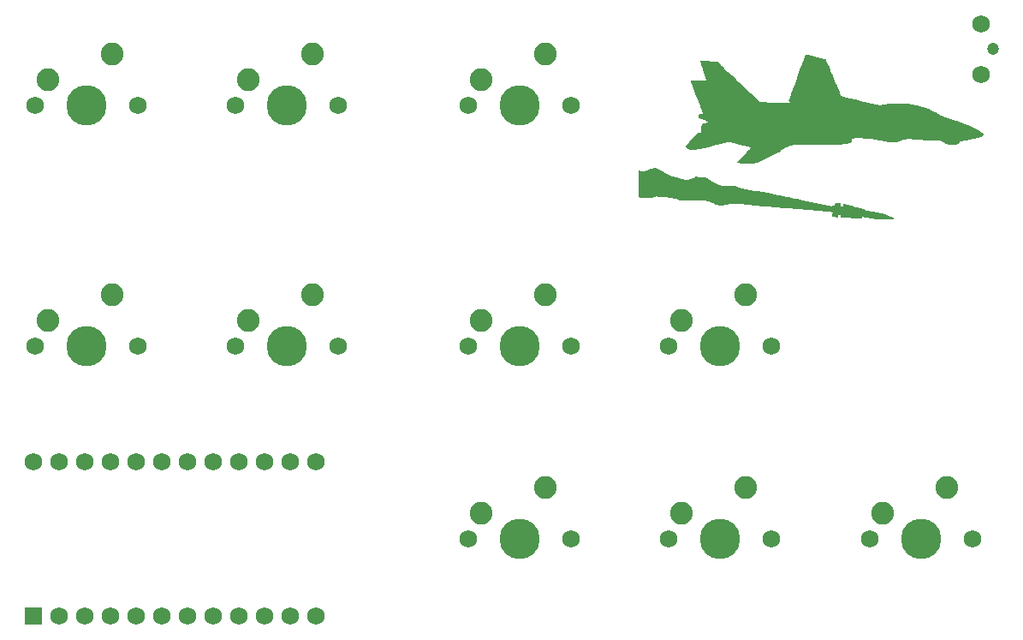
<source format=gbr>
%TF.GenerationSoftware,KiCad,Pcbnew,(6.0.4)*%
%TF.CreationDate,2022-06-12T12:36:40-04:00*%
%TF.ProjectId,F14-DDP,4631342d-4444-4502-9e6b-696361645f70,rev?*%
%TF.SameCoordinates,Original*%
%TF.FileFunction,Soldermask,Bot*%
%TF.FilePolarity,Negative*%
%FSLAX46Y46*%
G04 Gerber Fmt 4.6, Leading zero omitted, Abs format (unit mm)*
G04 Created by KiCad (PCBNEW (6.0.4)) date 2022-06-12 12:36:40*
%MOMM*%
%LPD*%
G01*
G04 APERTURE LIST*
%ADD10C,3.987800*%
%ADD11C,1.750000*%
%ADD12C,2.250000*%
%ADD13R,1.752600X1.752600*%
%ADD14C,1.752600*%
%ADD15C,1.200000*%
G04 APERTURE END LIST*
%TO.C,G\u002A\u002A\u002A*%
G36*
X197579610Y-55443280D02*
G01*
X197630100Y-55448167D01*
X197681154Y-55459677D01*
X197742640Y-55479615D01*
X197824425Y-55509787D01*
X197824880Y-55509958D01*
X197880909Y-55533627D01*
X197935894Y-55560408D01*
X197938715Y-55561902D01*
X197994346Y-55588202D01*
X198051604Y-55611156D01*
X198067168Y-55617423D01*
X198117279Y-55641869D01*
X198180193Y-55676294D01*
X198245929Y-55715347D01*
X198281270Y-55737117D01*
X198333132Y-55768444D01*
X198370130Y-55789979D01*
X198385939Y-55797987D01*
X198397664Y-55803902D01*
X198433269Y-55824160D01*
X198488110Y-55856238D01*
X198557588Y-55897441D01*
X198637103Y-55945077D01*
X198742709Y-56006366D01*
X198880163Y-56080162D01*
X199015972Y-56146998D01*
X199143885Y-56203971D01*
X199257652Y-56248177D01*
X199351023Y-56276712D01*
X199383869Y-56284781D01*
X199472788Y-56307282D01*
X199560614Y-56330327D01*
X199641262Y-56352241D01*
X199708645Y-56371351D01*
X199756676Y-56385984D01*
X199779269Y-56394466D01*
X199783908Y-56396770D01*
X199816282Y-56406789D01*
X199862002Y-56416528D01*
X199889686Y-56422017D01*
X199952984Y-56437013D01*
X200016880Y-56454495D01*
X200030361Y-56458390D01*
X200095195Y-56475623D01*
X200173894Y-56494942D01*
X200252366Y-56512853D01*
X200271321Y-56517018D01*
X200353373Y-56535694D01*
X200433600Y-56554813D01*
X200497018Y-56570822D01*
X200568090Y-56584996D01*
X200691903Y-56588498D01*
X200705655Y-56587226D01*
X200812430Y-56573381D01*
X200918743Y-56553427D01*
X201016601Y-56529300D01*
X201098008Y-56502939D01*
X201154970Y-56476279D01*
X201156576Y-56475319D01*
X201189130Y-56460047D01*
X201244515Y-56437715D01*
X201315397Y-56411175D01*
X201394441Y-56383273D01*
X201594572Y-56314727D01*
X201906014Y-56323279D01*
X201933458Y-56324052D01*
X202053014Y-56328157D01*
X202149741Y-56333276D01*
X202231682Y-56340221D01*
X202306875Y-56349803D01*
X202383362Y-56362834D01*
X202469182Y-56380125D01*
X202535864Y-56396550D01*
X202656165Y-56434623D01*
X202777320Y-56481681D01*
X202883312Y-56531856D01*
X202978530Y-56584615D01*
X203116502Y-56667360D01*
X203243048Y-56750580D01*
X203348707Y-56828250D01*
X203381464Y-56853437D01*
X203443976Y-56896367D01*
X203511849Y-56935013D01*
X203593632Y-56974024D01*
X203697875Y-57018047D01*
X203698031Y-57018110D01*
X203799036Y-57059145D01*
X203883183Y-57092510D01*
X203955406Y-57118997D01*
X204020639Y-57139398D01*
X204083816Y-57154508D01*
X204149869Y-57165118D01*
X204223734Y-57172021D01*
X204310344Y-57176010D01*
X204414633Y-57177878D01*
X204541534Y-57178418D01*
X204695980Y-57178421D01*
X204827043Y-57178467D01*
X204950366Y-57178796D01*
X205049875Y-57179691D01*
X205130192Y-57181431D01*
X205195940Y-57184299D01*
X205251741Y-57188576D01*
X205302218Y-57194542D01*
X205351993Y-57202481D01*
X205405689Y-57212672D01*
X205467927Y-57225396D01*
X205508367Y-57233937D01*
X205634807Y-57263763D01*
X205748723Y-57296854D01*
X205863707Y-57337464D01*
X205993351Y-57389847D01*
X206081322Y-57423413D01*
X206208105Y-57461428D01*
X206358760Y-57496197D01*
X206364548Y-57497387D01*
X206433587Y-57511706D01*
X206522402Y-57530285D01*
X206620165Y-57550852D01*
X206716049Y-57571137D01*
X206737047Y-57575589D01*
X206825508Y-57594236D01*
X206907103Y-57611280D01*
X206973532Y-57624993D01*
X207016497Y-57633649D01*
X207036206Y-57637526D01*
X207104463Y-57651244D01*
X207170780Y-57664896D01*
X207205113Y-57670169D01*
X207269794Y-57677032D01*
X207353933Y-57684035D01*
X207450491Y-57690604D01*
X207552430Y-57696160D01*
X207643387Y-57701134D01*
X207733596Y-57707445D01*
X207809348Y-57714192D01*
X207864643Y-57720834D01*
X207893479Y-57726834D01*
X207909863Y-57732133D01*
X207957699Y-57743974D01*
X208022968Y-57757724D01*
X208096484Y-57771365D01*
X208133564Y-57777913D01*
X208215992Y-57793214D01*
X208291775Y-57808171D01*
X208348210Y-57820315D01*
X208410922Y-57834675D01*
X208516102Y-57857289D01*
X208625949Y-57878762D01*
X208754220Y-57901859D01*
X208778008Y-57906060D01*
X208865282Y-57922027D01*
X208951905Y-57938577D01*
X209022187Y-57952730D01*
X209083380Y-57965352D01*
X209155494Y-57979731D01*
X209212872Y-57990659D01*
X209233449Y-57994956D01*
X209290569Y-58011489D01*
X209334675Y-58030264D01*
X209340889Y-58032388D01*
X209376442Y-58041319D01*
X209441400Y-58056166D01*
X209534134Y-58076589D01*
X209653013Y-58102249D01*
X209796410Y-58132806D01*
X209962695Y-58167919D01*
X210150239Y-58207247D01*
X210357412Y-58250451D01*
X210582586Y-58297191D01*
X210824131Y-58347127D01*
X211080418Y-58399917D01*
X211349818Y-58455222D01*
X211630702Y-58512703D01*
X211921441Y-58572018D01*
X212220406Y-58632827D01*
X215061335Y-59209807D01*
X215094958Y-59168045D01*
X215129399Y-59139119D01*
X215191652Y-59122500D01*
X215269580Y-59131935D01*
X215279897Y-59134652D01*
X215299067Y-59137258D01*
X215312386Y-59129832D01*
X215322925Y-59106922D01*
X215333756Y-59063078D01*
X215347951Y-58992847D01*
X215349387Y-58985674D01*
X215362143Y-58932562D01*
X215378705Y-58894835D01*
X215403753Y-58870963D01*
X215441966Y-58859412D01*
X215498024Y-58858652D01*
X215576608Y-58867150D01*
X215682396Y-58883375D01*
X215711703Y-58888255D01*
X215795109Y-58903755D01*
X215863941Y-58918942D01*
X215912335Y-58932434D01*
X215934423Y-58942845D01*
X215935354Y-58944051D01*
X215944621Y-58976890D01*
X215942405Y-59025544D01*
X215933120Y-59083876D01*
X215922972Y-59155399D01*
X215918747Y-59204003D01*
X215920425Y-59235247D01*
X215927980Y-59254693D01*
X215941391Y-59267899D01*
X215960040Y-59278081D01*
X216010486Y-59288597D01*
X216062692Y-59284058D01*
X216101233Y-59264766D01*
X216113375Y-59249126D01*
X216136789Y-59197112D01*
X216153392Y-59130158D01*
X216159756Y-59060237D01*
X216159890Y-59054132D01*
X216167682Y-59010153D01*
X216183768Y-58981471D01*
X216194249Y-58974595D01*
X216243928Y-58962995D01*
X216310904Y-58967987D01*
X216387213Y-58989266D01*
X216395106Y-58992088D01*
X216444448Y-59007495D01*
X216515152Y-59027455D01*
X216598972Y-59049696D01*
X216687660Y-59071950D01*
X216696159Y-59074021D01*
X216841855Y-59110694D01*
X216964583Y-59144364D01*
X217072891Y-59177648D01*
X217175326Y-59213166D01*
X217280435Y-59253534D01*
X217292794Y-59258318D01*
X217377789Y-59286251D01*
X217491599Y-59317227D01*
X217631333Y-59350506D01*
X217794099Y-59385345D01*
X217888844Y-59404963D01*
X218003119Y-59429986D01*
X218091468Y-59451757D01*
X218157513Y-59471584D01*
X218204877Y-59490776D01*
X218237179Y-59510640D01*
X218258043Y-59532484D01*
X218271091Y-59557617D01*
X218273246Y-59562785D01*
X218298876Y-59591457D01*
X218347508Y-59606840D01*
X218353279Y-59607846D01*
X218392742Y-59615188D01*
X218458197Y-59627713D01*
X218545058Y-59644529D01*
X218648741Y-59664747D01*
X218764662Y-59687477D01*
X218888236Y-59711829D01*
X218915811Y-59717257D01*
X219041393Y-59741497D01*
X219160693Y-59763787D01*
X219268602Y-59783221D01*
X219360011Y-59798897D01*
X219429811Y-59809908D01*
X219472890Y-59815350D01*
X219538352Y-59823357D01*
X219622141Y-59837767D01*
X219700256Y-59854859D01*
X219738103Y-59864129D01*
X219820072Y-59883307D01*
X219912166Y-59904039D01*
X220000704Y-59923212D01*
X220075470Y-59941280D01*
X220199310Y-59978523D01*
X220346860Y-60030243D01*
X220520397Y-60097204D01*
X220553044Y-60110217D01*
X220660268Y-60152544D01*
X220763406Y-60192685D01*
X220855953Y-60228139D01*
X220931402Y-60256409D01*
X220983248Y-60274994D01*
X221085699Y-60313518D01*
X221159343Y-60349904D01*
X221200736Y-60383062D01*
X221209903Y-60413080D01*
X221186871Y-60440047D01*
X221131664Y-60464051D01*
X221044309Y-60485182D01*
X220978872Y-60495309D01*
X220887541Y-60504649D01*
X220804604Y-60508622D01*
X220734933Y-60510912D01*
X220667501Y-60516089D01*
X220617839Y-60523014D01*
X220599014Y-60525301D01*
X220547393Y-60528449D01*
X220470636Y-60531349D01*
X220373071Y-60533893D01*
X220259025Y-60535973D01*
X220132823Y-60537484D01*
X219998794Y-60538318D01*
X219444711Y-60540186D01*
X219300074Y-60492522D01*
X219290352Y-60489346D01*
X219169840Y-60453939D01*
X219043979Y-60423293D01*
X218921667Y-60399181D01*
X218811801Y-60383375D01*
X218723280Y-60377646D01*
X218693508Y-60376205D01*
X218626179Y-60368902D01*
X218540215Y-60356486D01*
X218443565Y-60340142D01*
X218344182Y-60321057D01*
X218269320Y-60305833D01*
X218187208Y-60289348D01*
X218120660Y-60276229D01*
X218075090Y-60267542D01*
X218055915Y-60264352D01*
X218054253Y-60264852D01*
X218046773Y-60283677D01*
X218043734Y-60321343D01*
X218041451Y-60349560D01*
X218030745Y-60374410D01*
X218007587Y-60391571D01*
X217967995Y-60402019D01*
X217907989Y-60406728D01*
X217823586Y-60406672D01*
X217710806Y-60402826D01*
X217638993Y-60400152D01*
X217539406Y-60396985D01*
X217418171Y-60393496D01*
X217280737Y-60389833D01*
X217132550Y-60386139D01*
X216979057Y-60382561D01*
X216825704Y-60379243D01*
X216805600Y-60378818D01*
X216659248Y-60375269D01*
X216522162Y-60371166D01*
X216398211Y-60366675D01*
X216291263Y-60361967D01*
X216205188Y-60357208D01*
X216143852Y-60352566D01*
X216111126Y-60348210D01*
X216097065Y-60345046D01*
X216031445Y-60334415D01*
X215971011Y-60329768D01*
X215936242Y-60327701D01*
X215899086Y-60315720D01*
X215877887Y-60288224D01*
X215869290Y-60239738D01*
X215869942Y-60164786D01*
X215871349Y-60115103D01*
X215866682Y-60065826D01*
X215849636Y-60038056D01*
X215815275Y-60025443D01*
X215758660Y-60021634D01*
X215758218Y-60021625D01*
X215723277Y-60024598D01*
X215703929Y-60041502D01*
X215689729Y-60081395D01*
X215688486Y-60086003D01*
X215677349Y-60141533D01*
X215672725Y-60191464D01*
X215665998Y-60233466D01*
X215646059Y-60278573D01*
X215629947Y-60298135D01*
X215609336Y-60308822D01*
X215575985Y-60310623D01*
X215520196Y-60305624D01*
X215508065Y-60304247D01*
X215420102Y-60291880D01*
X215329958Y-60275695D01*
X215244510Y-60257287D01*
X215170639Y-60238253D01*
X215115222Y-60220188D01*
X215085140Y-60204688D01*
X215066516Y-60175610D01*
X215056170Y-60115027D01*
X215061749Y-60031957D01*
X215083274Y-59929710D01*
X215095745Y-59880248D01*
X215102118Y-59841789D01*
X215099223Y-59818573D01*
X215087334Y-59801988D01*
X215078762Y-59798830D01*
X215056694Y-59794623D01*
X215020198Y-59789410D01*
X214968219Y-59783095D01*
X214899699Y-59775584D01*
X214813584Y-59766783D01*
X214708818Y-59756598D01*
X214584344Y-59744935D01*
X214439108Y-59731700D01*
X214272054Y-59716799D01*
X214082125Y-59700137D01*
X213868266Y-59681620D01*
X213629422Y-59661154D01*
X213364536Y-59638646D01*
X213072553Y-59614000D01*
X212752416Y-59587124D01*
X212403071Y-59557922D01*
X212023462Y-59526300D01*
X211612532Y-59492165D01*
X211345074Y-59470014D01*
X211013031Y-59442621D01*
X210688294Y-59415951D01*
X210372535Y-59390134D01*
X210067423Y-59365305D01*
X209774630Y-59341595D01*
X209495826Y-59319139D01*
X209232682Y-59298067D01*
X208986869Y-59278514D01*
X208760057Y-59260612D01*
X208553918Y-59244493D01*
X208370121Y-59230292D01*
X208210338Y-59218139D01*
X208076240Y-59208169D01*
X207969496Y-59200514D01*
X207891778Y-59195307D01*
X207844757Y-59192681D01*
X207786611Y-59190120D01*
X207668353Y-59183461D01*
X207568731Y-59175020D01*
X207478024Y-59163670D01*
X207386508Y-59148284D01*
X207284463Y-59127735D01*
X207261225Y-59122885D01*
X207030970Y-59083835D01*
X206805371Y-59061032D01*
X206791457Y-59060135D01*
X206692584Y-59052963D01*
X206593872Y-59044607D01*
X206506078Y-59036035D01*
X206439962Y-59028211D01*
X206426152Y-59026634D01*
X206370051Y-59022560D01*
X206287375Y-59018518D01*
X206182367Y-59014637D01*
X206059271Y-59011047D01*
X205922331Y-59007877D01*
X205775789Y-59005257D01*
X205623889Y-59003316D01*
X204937739Y-58996335D01*
X204738787Y-59039199D01*
X204660087Y-59056083D01*
X204577437Y-59073674D01*
X204507036Y-59088516D01*
X204458632Y-59098543D01*
X204414546Y-59105869D01*
X204320508Y-59115420D01*
X204211219Y-59121125D01*
X204096169Y-59122905D01*
X203984850Y-59120682D01*
X203886752Y-59114377D01*
X203811366Y-59103911D01*
X203791270Y-59099565D01*
X203676386Y-59068471D01*
X203559488Y-59027750D01*
X203452014Y-58981741D01*
X203365404Y-58934782D01*
X203354463Y-58928133D01*
X203296853Y-58897836D01*
X203224792Y-58864855D01*
X203151279Y-58835233D01*
X203128212Y-58826662D01*
X203058881Y-58800743D01*
X202997925Y-58777740D01*
X202956394Y-58761816D01*
X202938240Y-58755277D01*
X202879664Y-58737790D01*
X202818351Y-58723124D01*
X202768677Y-58712946D01*
X202695611Y-58697795D01*
X202623466Y-58682682D01*
X202583428Y-58674340D01*
X202513572Y-58660607D01*
X202448658Y-58649538D01*
X202384531Y-58640922D01*
X202317032Y-58634553D01*
X202242004Y-58630222D01*
X202155291Y-58627720D01*
X202052735Y-58626840D01*
X201930180Y-58627373D01*
X201783467Y-58629112D01*
X201608440Y-58631847D01*
X201470656Y-58634048D01*
X201296645Y-58636622D01*
X201119347Y-58639048D01*
X200945914Y-58641235D01*
X200783499Y-58643095D01*
X200639255Y-58644538D01*
X200520333Y-58645474D01*
X200478640Y-58645726D01*
X200356695Y-58646236D01*
X200261448Y-58645999D01*
X200188435Y-58644742D01*
X200133193Y-58642189D01*
X200091256Y-58638068D01*
X200058161Y-58632103D01*
X200029444Y-58624021D01*
X200000640Y-58613546D01*
X199975884Y-58603959D01*
X199882649Y-58568237D01*
X199811847Y-58542138D01*
X199757184Y-58523640D01*
X199712368Y-58510722D01*
X199671108Y-58501362D01*
X199627110Y-58493538D01*
X199576354Y-58484993D01*
X199505469Y-58472342D01*
X199448466Y-58461396D01*
X199421716Y-58456042D01*
X199353374Y-58442941D01*
X199286062Y-58430627D01*
X199258155Y-58425385D01*
X199194949Y-58412737D01*
X199112608Y-58395700D01*
X199018666Y-58375837D01*
X198920653Y-58354715D01*
X198901820Y-58350624D01*
X198818327Y-58332913D01*
X198747245Y-58319133D01*
X198682162Y-58308611D01*
X198616665Y-58300672D01*
X198544344Y-58294641D01*
X198458786Y-58289844D01*
X198353580Y-58285606D01*
X198222315Y-58281253D01*
X198127241Y-58278063D01*
X198013180Y-58273760D01*
X197909886Y-58269353D01*
X197822785Y-58265092D01*
X197757302Y-58261227D01*
X197718862Y-58258008D01*
X197696691Y-58256007D01*
X197630814Y-58257885D01*
X197554209Y-58271743D01*
X197461005Y-58298880D01*
X197345333Y-58340592D01*
X197289232Y-58360966D01*
X197218251Y-58382351D01*
X197145300Y-58398122D01*
X197064289Y-58409048D01*
X196969123Y-58415895D01*
X196853710Y-58419432D01*
X196711957Y-58420428D01*
X196658279Y-58420376D01*
X196546042Y-58419637D01*
X196455462Y-58417459D01*
X196378850Y-58413135D01*
X196308515Y-58405954D01*
X196236768Y-58395210D01*
X196155920Y-58380192D01*
X196058280Y-58360193D01*
X195891816Y-58325358D01*
X195891816Y-55716785D01*
X196001439Y-55717025D01*
X196053093Y-55719173D01*
X196139315Y-55728486D01*
X196216624Y-55742624D01*
X196260408Y-55751351D01*
X196387795Y-55759650D01*
X196514917Y-55745538D01*
X196629283Y-55710004D01*
X196658578Y-55697531D01*
X196732150Y-55668682D01*
X196801602Y-55644100D01*
X196839643Y-55631030D01*
X196883305Y-55614120D01*
X196906842Y-55602430D01*
X196907673Y-55601853D01*
X196931264Y-55590911D01*
X196978456Y-55572055D01*
X197042831Y-55547774D01*
X197117967Y-55520558D01*
X197191879Y-55495011D01*
X197266714Y-55472191D01*
X197330845Y-55457779D01*
X197395021Y-55449467D01*
X197469992Y-55444947D01*
X197519816Y-55443211D01*
X197579610Y-55443280D01*
G37*
G36*
X212523287Y-44234856D02*
G01*
X212586012Y-44240340D01*
X212674015Y-44254212D01*
X212782059Y-44275270D01*
X212904906Y-44302310D01*
X213037318Y-44334130D01*
X213174060Y-44369528D01*
X213309892Y-44407299D01*
X213439578Y-44446242D01*
X213468640Y-44454870D01*
X213538652Y-44473976D01*
X213627050Y-44496725D01*
X213725427Y-44520974D01*
X213825376Y-44544580D01*
X213894817Y-44560907D01*
X213980323Y-44581948D01*
X214052061Y-44600670D01*
X214104051Y-44615500D01*
X214130313Y-44624862D01*
X214137873Y-44628271D01*
X214177241Y-44641285D01*
X214235444Y-44657076D01*
X214302850Y-44672960D01*
X214329730Y-44679036D01*
X214390228Y-44694314D01*
X214435277Y-44707964D01*
X214456677Y-44717604D01*
X214460379Y-44724968D01*
X214475705Y-44759955D01*
X214502010Y-44821953D01*
X214538521Y-44909092D01*
X214584468Y-45019505D01*
X214639079Y-45151323D01*
X214701582Y-45302678D01*
X214771208Y-45471701D01*
X214847184Y-45656525D01*
X214928740Y-45855281D01*
X215015104Y-46066101D01*
X215105506Y-46287116D01*
X215199173Y-46516458D01*
X215304791Y-46774926D01*
X215423797Y-47065238D01*
X215530924Y-47325462D01*
X215626164Y-47555584D01*
X215709513Y-47755591D01*
X215780964Y-47925469D01*
X215840513Y-48065204D01*
X215888153Y-48174783D01*
X215923879Y-48254193D01*
X215947684Y-48303420D01*
X215959564Y-48322450D01*
X215970482Y-48326313D01*
X216011479Y-48337832D01*
X216080690Y-48356041D01*
X216176143Y-48380453D01*
X216295865Y-48410581D01*
X216437882Y-48445938D01*
X216600223Y-48486038D01*
X216780914Y-48530394D01*
X216977983Y-48578519D01*
X217189456Y-48629926D01*
X217413361Y-48684129D01*
X217647725Y-48740639D01*
X217890575Y-48798971D01*
X219789578Y-49254240D01*
X219878901Y-49229374D01*
X219894597Y-49225038D01*
X220069986Y-49181029D01*
X220239112Y-49146333D01*
X220390474Y-49123336D01*
X220405954Y-49121437D01*
X220490172Y-49109191D01*
X220574295Y-49094359D01*
X220642200Y-49079734D01*
X220673461Y-49074137D01*
X220741988Y-49067007D01*
X220835491Y-49060725D01*
X220949597Y-49055329D01*
X221079937Y-49050856D01*
X221222138Y-49047346D01*
X221371829Y-49044835D01*
X221524640Y-49043361D01*
X221676200Y-49042963D01*
X221822137Y-49043677D01*
X221958080Y-49045542D01*
X222079659Y-49048596D01*
X222182502Y-49052876D01*
X222262239Y-49058420D01*
X222314497Y-49065266D01*
X222317244Y-49065819D01*
X222390375Y-49078373D01*
X222462261Y-49087300D01*
X222517715Y-49090698D01*
X222562141Y-49092936D01*
X222644321Y-49102116D01*
X222748864Y-49117421D01*
X222870590Y-49137803D01*
X223004320Y-49162217D01*
X223144877Y-49189616D01*
X223287081Y-49218955D01*
X223425753Y-49249187D01*
X223555716Y-49279266D01*
X223671791Y-49308146D01*
X223768799Y-49334781D01*
X223841560Y-49358124D01*
X223854723Y-49362641D01*
X223912387Y-49379815D01*
X223985277Y-49398989D01*
X224060806Y-49416795D01*
X224079858Y-49421060D01*
X224161700Y-49440589D01*
X224241518Y-49461243D01*
X224304412Y-49479204D01*
X224365618Y-49498218D01*
X224480881Y-49534389D01*
X224570673Y-49563445D01*
X224638870Y-49586951D01*
X224689351Y-49606475D01*
X224725993Y-49623584D01*
X224752674Y-49639845D01*
X224773271Y-49656823D01*
X224791663Y-49676087D01*
X224795796Y-49680280D01*
X224830910Y-49706118D01*
X224884214Y-49737257D01*
X224945908Y-49767864D01*
X224950858Y-49770110D01*
X225022068Y-49802684D01*
X225092973Y-49835511D01*
X225148913Y-49861806D01*
X225195732Y-49883606D01*
X225266737Y-49915641D01*
X225335678Y-49945841D01*
X225355169Y-49954281D01*
X225388455Y-49969274D01*
X225422083Y-49985588D01*
X225459982Y-50005422D01*
X225506080Y-50030975D01*
X225564309Y-50064448D01*
X225638596Y-50108041D01*
X225732872Y-50163953D01*
X225851066Y-50234384D01*
X225857535Y-50238237D01*
X225960942Y-50297325D01*
X226055238Y-50345087D01*
X226148677Y-50384695D01*
X226249514Y-50419324D01*
X226366003Y-50452148D01*
X226506399Y-50486339D01*
X226520137Y-50489565D01*
X226608376Y-50512211D01*
X226690930Y-50536379D01*
X226759091Y-50559374D01*
X226804150Y-50578499D01*
X226858109Y-50604348D01*
X226968955Y-50647110D01*
X227111584Y-50692408D01*
X227286288Y-50740340D01*
X227330399Y-50752184D01*
X227412961Y-50776384D01*
X227488099Y-50800737D01*
X227543720Y-50821432D01*
X227559525Y-50827984D01*
X227610593Y-50848771D01*
X227685114Y-50878826D01*
X227778653Y-50916371D01*
X227886776Y-50959628D01*
X228005046Y-51006817D01*
X228129028Y-51056159D01*
X228174373Y-51074250D01*
X228305629Y-51127315D01*
X228434923Y-51180534D01*
X228556592Y-51231519D01*
X228664977Y-51277882D01*
X228754415Y-51317238D01*
X228819246Y-51347199D01*
X228899982Y-51385372D01*
X228992078Y-51427331D01*
X229077849Y-51464941D01*
X229145927Y-51493123D01*
X229151360Y-51495274D01*
X229231636Y-51529939D01*
X229316079Y-51570600D01*
X229387274Y-51608905D01*
X229400060Y-51616350D01*
X229450450Y-51645122D01*
X229487384Y-51665308D01*
X229503617Y-51672923D01*
X229503737Y-51672935D01*
X229520072Y-51681847D01*
X229557878Y-51705000D01*
X229611654Y-51738965D01*
X229675898Y-51780314D01*
X229774801Y-51846163D01*
X229878845Y-51921510D01*
X229956164Y-51987054D01*
X230008290Y-52045025D01*
X230036754Y-52097652D01*
X230043086Y-52147166D01*
X230028818Y-52195797D01*
X229995480Y-52245773D01*
X229986513Y-52256404D01*
X229944502Y-52299007D01*
X229896463Y-52334035D01*
X229837149Y-52363767D01*
X229761315Y-52390480D01*
X229663716Y-52416453D01*
X229539106Y-52443963D01*
X229478432Y-52456773D01*
X229390260Y-52476163D01*
X229314246Y-52493788D01*
X229256952Y-52508112D01*
X229224943Y-52517595D01*
X229215073Y-52520668D01*
X229173258Y-52531006D01*
X229107209Y-52545738D01*
X229022144Y-52563826D01*
X228923282Y-52584233D01*
X228815841Y-52605921D01*
X228705041Y-52627852D01*
X228596100Y-52648989D01*
X228494238Y-52668293D01*
X228404674Y-52684727D01*
X228332625Y-52697254D01*
X228283312Y-52704835D01*
X228240076Y-52711357D01*
X228167478Y-52724256D01*
X228096548Y-52738624D01*
X228080272Y-52741974D01*
X228007159Y-52754178D01*
X227921292Y-52765398D01*
X227838012Y-52773562D01*
X227685039Y-52785391D01*
X227662065Y-52854442D01*
X227646886Y-52890644D01*
X227597841Y-52957643D01*
X227523853Y-53014578D01*
X227423580Y-53062014D01*
X227295676Y-53100515D01*
X227138797Y-53130648D01*
X226951599Y-53152976D01*
X226845017Y-53162591D01*
X226756890Y-53169352D01*
X226689565Y-53171793D01*
X226637080Y-53169209D01*
X226593471Y-53160899D01*
X226552774Y-53146159D01*
X226509027Y-53124287D01*
X226456266Y-53094578D01*
X226435598Y-53082838D01*
X226349428Y-53034860D01*
X226255955Y-52983966D01*
X226172059Y-52939373D01*
X226135212Y-52919977D01*
X226067051Y-52883348D01*
X226008441Y-52850947D01*
X225969054Y-52828077D01*
X225936349Y-52808489D01*
X225841112Y-52759750D01*
X225749771Y-52728407D01*
X225648651Y-52709393D01*
X225612587Y-52706401D01*
X225545920Y-52703071D01*
X225453146Y-52699651D01*
X225337544Y-52696223D01*
X225202389Y-52692867D01*
X225050959Y-52689664D01*
X224886529Y-52686695D01*
X224712377Y-52684042D01*
X224531778Y-52681785D01*
X224448270Y-52680849D01*
X224253592Y-52678565D01*
X224087381Y-52676391D01*
X223946743Y-52674214D01*
X223828785Y-52671921D01*
X223730613Y-52669399D01*
X223649334Y-52666535D01*
X223582053Y-52663217D01*
X223525878Y-52659332D01*
X223477913Y-52654766D01*
X223435266Y-52649407D01*
X223395042Y-52643142D01*
X223354348Y-52635857D01*
X223273314Y-52622859D01*
X223146143Y-52607794D01*
X223000087Y-52595254D01*
X222842775Y-52585982D01*
X222825418Y-52585192D01*
X222683576Y-52579838D01*
X222564769Y-52578506D01*
X222461358Y-52582235D01*
X222365702Y-52592065D01*
X222270157Y-52609035D01*
X222167085Y-52634185D01*
X222048842Y-52668554D01*
X221907788Y-52713182D01*
X221893552Y-52717831D01*
X221813573Y-52745272D01*
X221734027Y-52774377D01*
X221670232Y-52799574D01*
X221662972Y-52802606D01*
X221580557Y-52833257D01*
X221496748Y-52856358D01*
X221405359Y-52872784D01*
X221300203Y-52883406D01*
X221175095Y-52889096D01*
X221023849Y-52890727D01*
X220980531Y-52890623D01*
X220865608Y-52889211D01*
X220773485Y-52885750D01*
X220696869Y-52879721D01*
X220628471Y-52870608D01*
X220560998Y-52857893D01*
X220434618Y-52831363D01*
X220305548Y-52804908D01*
X220199252Y-52784033D01*
X220110852Y-52767813D01*
X220035469Y-52755325D01*
X219968223Y-52745644D01*
X219946570Y-52742693D01*
X219852171Y-52728304D01*
X219737775Y-52708666D01*
X219600474Y-52683244D01*
X219437360Y-52651505D01*
X219245525Y-52612915D01*
X219121049Y-52587711D01*
X219007214Y-52565369D01*
X218913397Y-52548341D01*
X218833401Y-52535907D01*
X218761027Y-52527347D01*
X218690077Y-52521941D01*
X218614352Y-52518969D01*
X218527656Y-52517711D01*
X218423789Y-52517446D01*
X218342687Y-52517196D01*
X218233861Y-52515559D01*
X218146461Y-52512000D01*
X218073676Y-52506058D01*
X218008693Y-52497277D01*
X217944697Y-52485198D01*
X217928502Y-52481876D01*
X217823348Y-52465214D01*
X217708484Y-52456010D01*
X217572763Y-52453307D01*
X217528849Y-52453486D01*
X217444213Y-52455238D01*
X217376549Y-52460014D01*
X217314993Y-52469246D01*
X217248682Y-52484365D01*
X217166752Y-52506802D01*
X216979988Y-52559961D01*
X216979988Y-52714584D01*
X216978129Y-52794829D01*
X216971102Y-52860843D01*
X216958856Y-52894927D01*
X216958821Y-52894968D01*
X216933520Y-52913778D01*
X216887624Y-52938341D01*
X216831047Y-52963351D01*
X216717496Y-53003825D01*
X216508318Y-53052992D01*
X216297890Y-53070063D01*
X216218138Y-53072547D01*
X216117913Y-53082181D01*
X216038044Y-53097875D01*
X216031051Y-53099698D01*
X216013492Y-53103336D01*
X215991045Y-53106644D01*
X215962085Y-53109647D01*
X215924990Y-53112370D01*
X215878137Y-53114839D01*
X215819903Y-53117078D01*
X215748665Y-53119114D01*
X215662800Y-53120971D01*
X215560684Y-53122675D01*
X215440696Y-53124252D01*
X215301211Y-53125727D01*
X215140606Y-53127124D01*
X214957260Y-53128470D01*
X214749548Y-53129790D01*
X214515847Y-53131109D01*
X214254535Y-53132453D01*
X213963988Y-53133847D01*
X213642583Y-53135315D01*
X213326496Y-53136723D01*
X213029677Y-53138056D01*
X212761984Y-53139330D01*
X212521709Y-53140612D01*
X212307146Y-53141968D01*
X212116590Y-53143466D01*
X211948334Y-53145172D01*
X211800671Y-53147153D01*
X211671896Y-53149476D01*
X211560302Y-53152208D01*
X211464182Y-53155416D01*
X211381831Y-53159167D01*
X211311542Y-53163527D01*
X211251608Y-53168564D01*
X211200325Y-53174344D01*
X211155984Y-53180934D01*
X211116880Y-53188402D01*
X211081307Y-53196813D01*
X211047558Y-53206235D01*
X211013927Y-53216735D01*
X210978708Y-53228380D01*
X210940194Y-53241236D01*
X210862454Y-53267720D01*
X210716801Y-53321247D01*
X210576219Y-53377706D01*
X210443929Y-53435456D01*
X210323153Y-53492858D01*
X210217112Y-53548274D01*
X210129028Y-53600063D01*
X210062122Y-53646586D01*
X210019616Y-53686204D01*
X210004732Y-53717277D01*
X209994461Y-53746833D01*
X209968191Y-53780254D01*
X209942420Y-53799045D01*
X209890909Y-53829659D01*
X209822789Y-53866463D01*
X209745130Y-53905880D01*
X209665004Y-53944335D01*
X209589484Y-53978250D01*
X209525640Y-54004050D01*
X209499615Y-54014222D01*
X209438039Y-54041600D01*
X209387596Y-54068026D01*
X209375092Y-54075187D01*
X209325809Y-54101104D01*
X209261474Y-54132907D01*
X209192711Y-54165295D01*
X209166901Y-54177255D01*
X209098563Y-54210036D01*
X209038665Y-54240223D01*
X208997826Y-54262517D01*
X208952968Y-54287993D01*
X208836294Y-54345988D01*
X208705540Y-54401524D01*
X208666185Y-54417526D01*
X208623160Y-54436639D01*
X208599977Y-54449098D01*
X208588351Y-54455791D01*
X208551509Y-54472326D01*
X208502494Y-54491479D01*
X208476582Y-54501584D01*
X208414949Y-54529220D01*
X208364450Y-54556215D01*
X208350950Y-54564288D01*
X208295164Y-54595525D01*
X208220069Y-54635643D01*
X208132509Y-54681175D01*
X208039328Y-54728656D01*
X207947374Y-54774619D01*
X207863490Y-54815598D01*
X207794522Y-54848125D01*
X207747315Y-54868735D01*
X207737687Y-54872472D01*
X207703018Y-54884650D01*
X207660825Y-54897330D01*
X207607055Y-54911496D01*
X207537655Y-54928131D01*
X207448572Y-54948219D01*
X207335752Y-54972742D01*
X207195141Y-55002684D01*
X207167926Y-55005693D01*
X207111446Y-55008818D01*
X207031997Y-55011610D01*
X206934561Y-55013929D01*
X206824119Y-55015632D01*
X206705656Y-55016579D01*
X206675080Y-55016700D01*
X206543143Y-55016801D01*
X206437441Y-55015900D01*
X206352788Y-55013736D01*
X206284001Y-55010051D01*
X206225897Y-55004583D01*
X206173291Y-54997073D01*
X206121002Y-54987261D01*
X206099636Y-54982993D01*
X206011659Y-54967187D01*
X205922634Y-54953440D01*
X205848919Y-54944332D01*
X205798860Y-54937559D01*
X205728597Y-54918708D01*
X205684090Y-54892330D01*
X205668543Y-54859922D01*
X205668611Y-54859676D01*
X205681274Y-54844381D01*
X205714462Y-54807968D01*
X205766238Y-54752478D01*
X205834663Y-54679951D01*
X205917801Y-54592427D01*
X206013713Y-54491946D01*
X206120463Y-54380549D01*
X206236113Y-54260274D01*
X206358725Y-54133163D01*
X206368693Y-54122845D01*
X206490800Y-53996271D01*
X206605795Y-53876763D01*
X206711741Y-53766355D01*
X206806701Y-53667078D01*
X206888739Y-53580965D01*
X206955919Y-53510047D01*
X207006304Y-53456358D01*
X207037957Y-53421929D01*
X207048943Y-53408793D01*
X207036283Y-53397320D01*
X206998936Y-53380714D01*
X206944341Y-53362174D01*
X206880019Y-53344234D01*
X206813491Y-53329430D01*
X206757993Y-53317931D01*
X206677809Y-53299450D01*
X206602366Y-53280369D01*
X206572896Y-53272973D01*
X206506674Y-53257683D01*
X206418582Y-53238300D01*
X206314579Y-53216107D01*
X206200623Y-53192388D01*
X206082673Y-53168425D01*
X205993728Y-53150260D01*
X205837722Y-53116274D01*
X205710197Y-53085166D01*
X205608629Y-53056299D01*
X205530499Y-53029038D01*
X205480294Y-53010308D01*
X205365734Y-52973746D01*
X205239305Y-52939886D01*
X205109435Y-52910546D01*
X204984550Y-52887546D01*
X204873076Y-52872704D01*
X204783440Y-52867837D01*
X204739154Y-52868893D01*
X204671045Y-52875514D01*
X204610091Y-52891099D01*
X204539834Y-52919110D01*
X204471531Y-52944314D01*
X204372760Y-52973064D01*
X204248260Y-53003847D01*
X204101343Y-53035782D01*
X203940447Y-53069027D01*
X203776145Y-53103666D01*
X203639085Y-53133500D01*
X203526714Y-53159132D01*
X203436481Y-53181167D01*
X203365833Y-53200207D01*
X203312217Y-53216858D01*
X203273082Y-53231721D01*
X203216771Y-53253181D01*
X203143270Y-53277060D01*
X203070077Y-53297546D01*
X203000502Y-53315577D01*
X202912184Y-53339416D01*
X202834591Y-53361261D01*
X202827117Y-53363340D01*
X202778681Y-53375295D01*
X202703613Y-53392425D01*
X202606096Y-53413832D01*
X202490314Y-53438619D01*
X202360451Y-53465886D01*
X202220690Y-53494737D01*
X202075215Y-53524273D01*
X201979809Y-53543458D01*
X201834503Y-53572490D01*
X201714803Y-53595956D01*
X201616741Y-53614447D01*
X201536351Y-53628554D01*
X201469665Y-53638870D01*
X201412716Y-53645984D01*
X201361538Y-53650488D01*
X201312162Y-53652974D01*
X201260622Y-53654031D01*
X201202950Y-53654253D01*
X201187459Y-53654249D01*
X201101481Y-53653858D01*
X201041203Y-53652215D01*
X201000728Y-53648468D01*
X200974164Y-53641763D01*
X200955613Y-53631245D01*
X200939181Y-53616062D01*
X200932418Y-53609745D01*
X200897518Y-53581691D01*
X200843664Y-53541672D01*
X200776842Y-53494069D01*
X200703037Y-53443261D01*
X200670654Y-53421108D01*
X200604920Y-53374501D01*
X200552107Y-53334790D01*
X200516959Y-53305618D01*
X200504221Y-53290627D01*
X200511090Y-53279980D01*
X200537854Y-53247673D01*
X200582420Y-53196943D01*
X200642221Y-53130630D01*
X200714693Y-53051574D01*
X200797268Y-52962615D01*
X200887381Y-52866593D01*
X200934137Y-52817004D01*
X201034569Y-52710310D01*
X201133883Y-52604589D01*
X201227838Y-52504366D01*
X201312194Y-52414166D01*
X201382712Y-52338515D01*
X201435152Y-52281938D01*
X201455374Y-52260218D01*
X201520185Y-52193110D01*
X201581970Y-52132512D01*
X201634555Y-52084355D01*
X201671767Y-52054572D01*
X201697072Y-52037426D01*
X201746471Y-52003988D01*
X201783781Y-51978772D01*
X201809734Y-51966383D01*
X201862639Y-51950849D01*
X201923244Y-51940185D01*
X201942484Y-51938018D01*
X201998416Y-51931482D01*
X202037340Y-51922888D01*
X202062235Y-51907170D01*
X202076084Y-51879257D01*
X202081867Y-51834081D01*
X202082564Y-51766573D01*
X202081157Y-51671666D01*
X202080950Y-51653883D01*
X202081943Y-51520984D01*
X202088400Y-51413674D01*
X202101138Y-51326082D01*
X202120976Y-51252335D01*
X202148731Y-51186561D01*
X202172124Y-51147091D01*
X202202231Y-51114328D01*
X202243585Y-51086860D01*
X202301371Y-51061965D01*
X202380779Y-51036919D01*
X202486994Y-51008999D01*
X202556959Y-50991256D01*
X202640928Y-50968487D01*
X202699494Y-50949940D01*
X202736530Y-50934149D01*
X202755910Y-50919645D01*
X202761509Y-50904959D01*
X202750775Y-50881841D01*
X202713015Y-50847350D01*
X202652060Y-50807139D01*
X202572098Y-50763467D01*
X202477313Y-50718592D01*
X202371892Y-50674775D01*
X202260021Y-50634274D01*
X202244043Y-50628898D01*
X202109746Y-50581210D01*
X202004053Y-50537877D01*
X201924070Y-50496882D01*
X201866901Y-50456205D01*
X201829651Y-50413829D01*
X201809424Y-50367735D01*
X201803325Y-50315904D01*
X201808509Y-50272546D01*
X201840098Y-50206129D01*
X201897206Y-50151843D01*
X201976166Y-50111917D01*
X202073311Y-50088577D01*
X202184975Y-50084051D01*
X202233008Y-50085755D01*
X202272925Y-50084364D01*
X202291101Y-50077837D01*
X202293568Y-50065122D01*
X202287888Y-50048893D01*
X202271259Y-50004081D01*
X202244471Y-49932847D01*
X202208288Y-49837205D01*
X202163478Y-49719166D01*
X202110808Y-49580742D01*
X202051042Y-49423946D01*
X201984949Y-49250789D01*
X201913293Y-49063285D01*
X201836842Y-48863444D01*
X201756362Y-48653280D01*
X201672620Y-48434804D01*
X201618563Y-48293742D01*
X201515868Y-48025107D01*
X201424616Y-47785424D01*
X201344492Y-47573841D01*
X201275182Y-47389505D01*
X201216371Y-47231564D01*
X201167746Y-47099165D01*
X201128991Y-46991456D01*
X201099793Y-46907584D01*
X201079837Y-46846696D01*
X201068809Y-46807939D01*
X201066394Y-46790462D01*
X201069856Y-46779239D01*
X201088417Y-46757910D01*
X201127049Y-46752836D01*
X201140867Y-46753224D01*
X201186643Y-46754860D01*
X201258947Y-46757627D01*
X201354186Y-46761384D01*
X201468768Y-46765985D01*
X201599100Y-46771288D01*
X201741591Y-46777149D01*
X201892647Y-46783424D01*
X201997815Y-46787698D01*
X202140318Y-46793099D01*
X202270390Y-46797577D01*
X202384693Y-46801042D01*
X202479892Y-46803403D01*
X202552650Y-46804571D01*
X202599633Y-46804456D01*
X202617504Y-46802967D01*
X202617643Y-46802610D01*
X202613615Y-46782715D01*
X202600425Y-46734888D01*
X202578901Y-46661805D01*
X202549866Y-46566138D01*
X202514147Y-46450561D01*
X202472570Y-46317747D01*
X202425959Y-46170369D01*
X202375141Y-46011101D01*
X202320940Y-45842616D01*
X202294866Y-45761855D01*
X202235492Y-45577597D01*
X202185279Y-45421014D01*
X202143568Y-45289811D01*
X202109697Y-45181692D01*
X202083007Y-45094360D01*
X202062837Y-45025520D01*
X202048526Y-44972877D01*
X202039413Y-44934134D01*
X202034839Y-44906996D01*
X202034142Y-44889166D01*
X202036662Y-44878350D01*
X202041739Y-44872251D01*
X202043641Y-44870808D01*
X202049755Y-44865827D01*
X202056072Y-44861708D01*
X202065279Y-44858484D01*
X202080065Y-44856184D01*
X202103117Y-44854840D01*
X202137123Y-44854481D01*
X202184772Y-44855140D01*
X202248751Y-44856846D01*
X202331748Y-44859632D01*
X202436451Y-44863526D01*
X202565547Y-44868561D01*
X202721725Y-44874766D01*
X202907673Y-44882174D01*
X203027379Y-44886885D01*
X203175023Y-44892562D01*
X203311533Y-44897664D01*
X203433356Y-44902066D01*
X203536937Y-44905643D01*
X203618725Y-44908269D01*
X203675165Y-44909819D01*
X203702705Y-44910169D01*
X203728224Y-44911053D01*
X203755600Y-44920608D01*
X203782080Y-44945532D01*
X203816388Y-44992115D01*
X203819245Y-44995788D01*
X203844411Y-45022929D01*
X203892025Y-45071014D01*
X203961078Y-45139082D01*
X204050562Y-45226167D01*
X204159468Y-45331308D01*
X204286787Y-45453542D01*
X204431511Y-45591905D01*
X204592631Y-45745434D01*
X204769139Y-45913166D01*
X204960026Y-46094138D01*
X205164282Y-46287387D01*
X205380901Y-46491949D01*
X205608872Y-46706863D01*
X205847187Y-46931165D01*
X206050503Y-47122383D01*
X206260615Y-47320009D01*
X206463808Y-47511144D01*
X206658794Y-47694574D01*
X206844284Y-47869087D01*
X207018990Y-48033472D01*
X207181625Y-48186516D01*
X207330900Y-48327008D01*
X207465528Y-48453734D01*
X207584221Y-48565483D01*
X207685691Y-48661042D01*
X207768650Y-48739200D01*
X207831809Y-48798744D01*
X207873882Y-48838462D01*
X207893579Y-48857142D01*
X207966762Y-48927393D01*
X209417618Y-48960355D01*
X209625820Y-48964984D01*
X209831283Y-48969344D01*
X210025263Y-48973253D01*
X210205428Y-48976673D01*
X210369446Y-48979567D01*
X210514985Y-48981898D01*
X210639713Y-48983629D01*
X210741297Y-48984722D01*
X210817406Y-48985140D01*
X210865708Y-48984846D01*
X210883871Y-48983802D01*
X210885124Y-48974525D01*
X210870608Y-48947008D01*
X210841024Y-48909817D01*
X210820661Y-48886107D01*
X210785859Y-48840147D01*
X210763810Y-48803711D01*
X210756840Y-48786725D01*
X210755834Y-48759455D01*
X210778553Y-48734773D01*
X210779001Y-48734361D01*
X210789040Y-48716722D01*
X210807235Y-48675731D01*
X210833810Y-48610784D01*
X210868993Y-48521276D01*
X210913010Y-48406603D01*
X210966086Y-48266159D01*
X211028449Y-48099340D01*
X211100323Y-47905541D01*
X211181935Y-47684157D01*
X211273512Y-47434584D01*
X211375279Y-47156217D01*
X211487463Y-46848451D01*
X211610290Y-46510681D01*
X211696576Y-46273021D01*
X211786965Y-46023766D01*
X211873690Y-45784315D01*
X211956131Y-45556394D01*
X212033665Y-45341730D01*
X212105674Y-45142050D01*
X212171536Y-44959078D01*
X212230630Y-44794543D01*
X212282335Y-44650170D01*
X212326032Y-44527686D01*
X212361098Y-44428817D01*
X212386915Y-44355289D01*
X212402859Y-44308830D01*
X212408312Y-44291164D01*
X212408433Y-44288631D01*
X212425532Y-44261755D01*
X212465343Y-44242306D01*
X212518964Y-44234815D01*
X212523287Y-44234856D01*
G37*
%TD*%
D10*
%TO.C,MX3*%
X184150000Y-49212500D03*
D11*
X179070000Y-49212500D03*
X189230000Y-49212500D03*
D12*
X180340000Y-46672500D03*
X186690000Y-44132500D03*
%TD*%
D11*
%TO.C,MX7*%
X209073750Y-73025000D03*
D10*
X203993750Y-73025000D03*
D11*
X198913750Y-73025000D03*
D12*
X200183750Y-70485000D03*
X206533750Y-67945000D03*
%TD*%
D11*
%TO.C,MX5*%
X166211250Y-73025000D03*
X156051250Y-73025000D03*
D10*
X161131250Y-73025000D03*
D12*
X157321250Y-70485000D03*
X163671250Y-67945000D03*
%TD*%
D11*
%TO.C,MX2*%
X166211250Y-49212500D03*
D10*
X161131250Y-49212500D03*
D11*
X156051250Y-49212500D03*
D12*
X157321250Y-46672500D03*
X163671250Y-44132500D03*
%TD*%
D10*
%TO.C,MX4*%
X141287500Y-73025000D03*
D11*
X136207500Y-73025000D03*
X146367500Y-73025000D03*
D12*
X137477500Y-70485000D03*
X143827500Y-67945000D03*
%TD*%
D11*
%TO.C,MX6*%
X179070000Y-73025000D03*
X189230000Y-73025000D03*
D10*
X184150000Y-73025000D03*
D12*
X180340000Y-70485000D03*
X186690000Y-67945000D03*
%TD*%
D10*
%TO.C,MX9*%
X203993750Y-92075000D03*
D11*
X209073750Y-92075000D03*
X198913750Y-92075000D03*
D12*
X200183750Y-89535000D03*
X206533750Y-86995000D03*
%TD*%
D11*
%TO.C,MX8*%
X189230000Y-92075000D03*
X179070000Y-92075000D03*
D10*
X184150000Y-92075000D03*
D12*
X180340000Y-89535000D03*
X186690000Y-86995000D03*
%TD*%
D13*
%TO.C,U1*%
X136048750Y-99695000D03*
D14*
X138588750Y-99695000D03*
X141128750Y-99695000D03*
X143668750Y-99695000D03*
X146208750Y-99695000D03*
X148748750Y-99695000D03*
X151288750Y-99695000D03*
X153828750Y-99695000D03*
X156368750Y-99695000D03*
X158908750Y-99695000D03*
X161448750Y-99695000D03*
X163988750Y-99695000D03*
X163988750Y-84455000D03*
X161448750Y-84455000D03*
X158908750Y-84455000D03*
X156368750Y-84455000D03*
X153828750Y-84455000D03*
X151288750Y-84455000D03*
X148748750Y-84455000D03*
X146208750Y-84455000D03*
X143668750Y-84455000D03*
X141128750Y-84455000D03*
X138588750Y-84455000D03*
X136048750Y-84455000D03*
%TD*%
D10*
%TO.C,MX10*%
X223837500Y-92075000D03*
D11*
X228917500Y-92075000D03*
X218757500Y-92075000D03*
D12*
X220027500Y-89535000D03*
X226377500Y-86995000D03*
%TD*%
D10*
%TO.C,MX1*%
X141287500Y-49212500D03*
D11*
X136207500Y-49212500D03*
X146367500Y-49212500D03*
D12*
X137477500Y-46672500D03*
X143827500Y-44132500D03*
%TD*%
D15*
%TO.C,SW1*%
X230978750Y-43681250D03*
D11*
X229768750Y-46181250D03*
X229768750Y-41181250D03*
%TD*%
M02*

</source>
